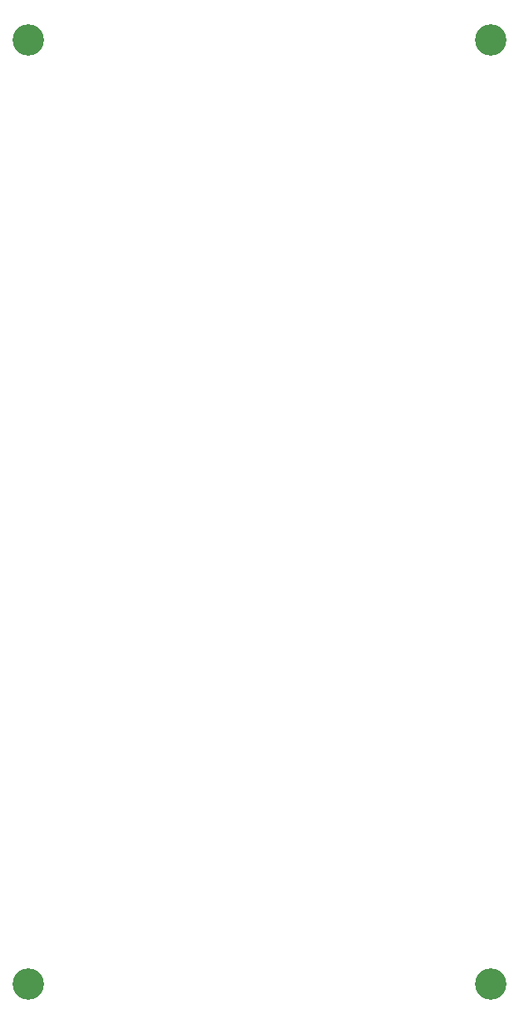
<source format=gbr>
%TF.GenerationSoftware,KiCad,Pcbnew,6.0.10-86aedd382b~118~ubuntu22.04.1*%
%TF.CreationDate,2023-01-20T18:03:14-05:00*%
%TF.ProjectId,picoco2_cover,7069636f-636f-4325-9f63-6f7665722e6b,rev?*%
%TF.SameCoordinates,Original*%
%TF.FileFunction,Soldermask,Top*%
%TF.FilePolarity,Negative*%
%FSLAX46Y46*%
G04 Gerber Fmt 4.6, Leading zero omitted, Abs format (unit mm)*
G04 Created by KiCad (PCBNEW 6.0.10-86aedd382b~118~ubuntu22.04.1) date 2023-01-20 18:03:14*
%MOMM*%
%LPD*%
G01*
G04 APERTURE LIST*
%ADD10C,3.200000*%
G04 APERTURE END LIST*
D10*
%TO.C,H3*%
X50500000Y-3400000D03*
%TD*%
%TO.C,H1*%
X50500000Y-99400000D03*
%TD*%
%TO.C,H2*%
X3400000Y-3400000D03*
%TD*%
%TO.C,H4*%
X3400000Y-99400000D03*
%TD*%
M02*

</source>
